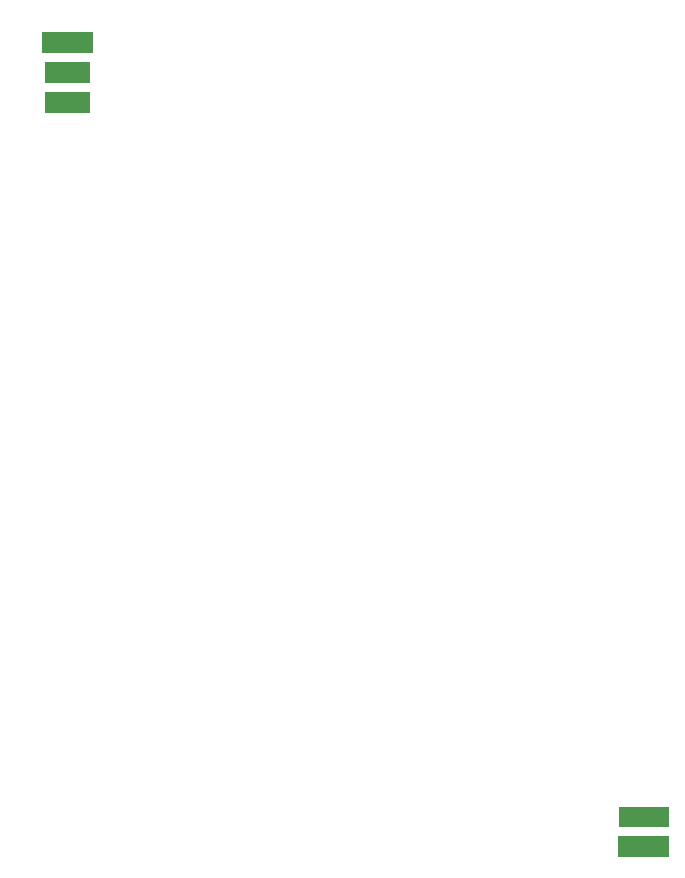
<source format=gbp>
G04 Layer: BottomPasteMaskLayer*
G04 EasyEDA v6.3.22, 2020-01-04T19:44:14+01:00*
G04 f50fd1600d684b49919d2234b325bca6,43c3eb671339413baca6572c6aa340f4,10*
G04 Gerber Generator version 0.2*
G04 Scale: 100 percent, Rotated: No, Reflected: No *
G04 Dimensions in millimeters *
G04 leading zeros omitted , absolute positions ,3 integer and 3 decimal *
%FSLAX33Y33*%
%MOMM*%
G90*
G71D02*

%ADD18R,4.318000X1.778000*%

%LPD*%
G36*
G01X50991Y28441D02*
G01X55309Y28441D01*
G01X55309Y30219D01*
G01X50991Y30219D01*
G01X50991Y28441D01*
G37*
G54D18*
G01X53150Y31869D03*
G36*
G01X6509Y98327D02*
G01X2191Y98327D01*
G01X2191Y96549D01*
G01X6509Y96549D01*
G01X6509Y98327D01*
G37*
G36*
G01X6255Y93247D02*
G01X2445Y93247D01*
G01X2445Y91469D01*
G01X6255Y91469D01*
G01X6255Y93247D01*
G37*
G36*
G01X6255Y95787D02*
G01X2445Y95787D01*
G01X2445Y94009D01*
G01X6255Y94009D01*
G01X6255Y95787D01*
G37*
M00*
M02*

</source>
